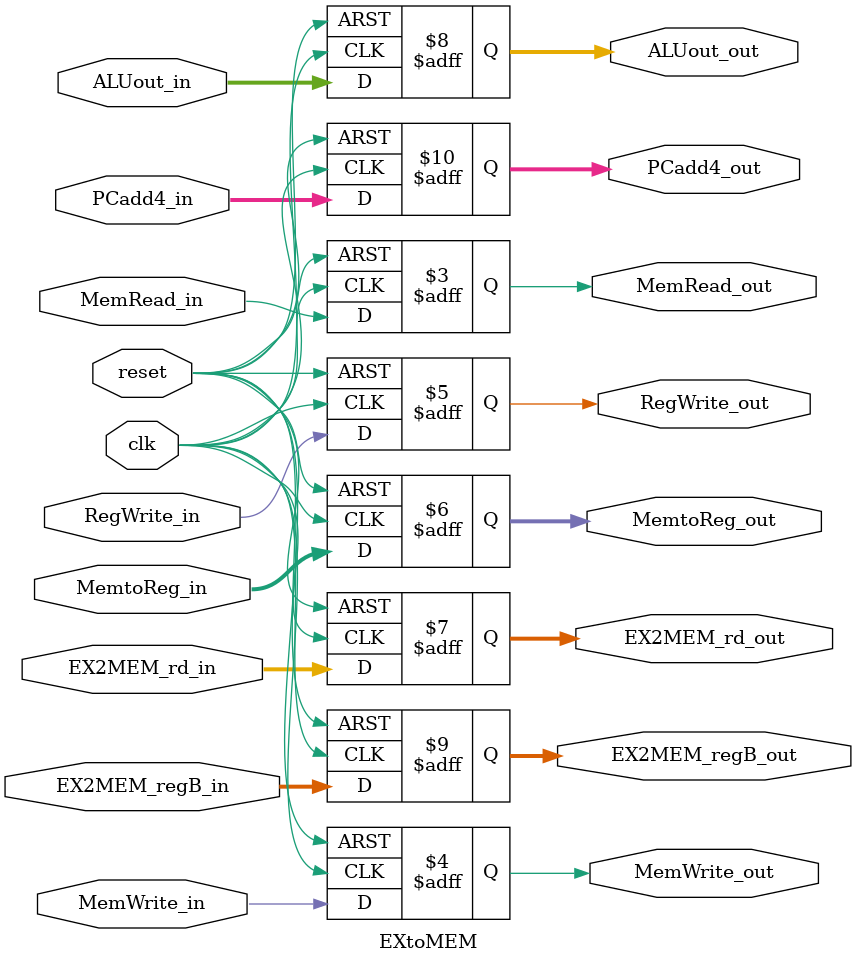
<source format=v>
`timescale 1ns/1ns

module EXtoMEM(clk,reset,PCadd4_in,PCadd4_out,
               MemRead_in,MemWrite_in,                               //MEM
               MemtoReg_in,RegWrite_in,                              //WB
               ALUout_in,EX2MEM_rd_in,EX2MEM_regB_in,
               MemRead_out,MemWrite_out,                               //MEM
               MemtoReg_out,RegWrite_out,                              //WB
               ALUout_out,EX2MEM_rd_out,EX2MEM_regB_out);
input clk,reset;
input MemRead_in,MemWrite_in,RegWrite_in;
input [1:0] MemtoReg_in;
input [4:0] EX2MEM_rd_in;
input [31:0] ALUout_in,EX2MEM_regB_in,PCadd4_in;
output reg MemRead_out,MemWrite_out,RegWrite_out;
output reg [1:0] MemtoReg_out;
output reg [4:0] EX2MEM_rd_out;
output reg [31:0] ALUout_out,EX2MEM_regB_out,PCadd4_out;

always @(posedge clk or negedge reset)
begin
  if(~reset)
  begin
    MemRead_out<=1'b0;
    MemWrite_out<=1'b0;
    RegWrite_out<=1'b0;
    MemtoReg_out<=2'b0;
    EX2MEM_rd_out<=5'b00000;
    ALUout_out<=32'h00000000;
    EX2MEM_regB_out<=32'h00000000;
    PCadd4_out<=32'h00000000;
  end
  else
  begin
    MemRead_out<=MemRead_in;
    MemWrite_out<=MemWrite_in;
    RegWrite_out<=RegWrite_in;
    MemtoReg_out<=MemtoReg_in;
    EX2MEM_rd_out<=EX2MEM_rd_in;
    ALUout_out<=ALUout_in;
    EX2MEM_regB_out<=EX2MEM_regB_in;
    PCadd4_out<=PCadd4_in;   
  end
end

endmodule
                              
</source>
